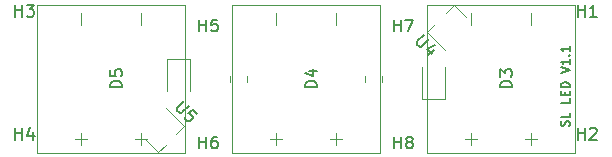
<source format=gbr>
G04 #@! TF.GenerationSoftware,KiCad,Pcbnew,(5.1.4)-1*
G04 #@! TF.CreationDate,2019-11-14T22:55:44-08:00*
G04 #@! TF.ProjectId,SkateLightLEDBoard,536b6174-654c-4696-9768-744c4544426f,rev?*
G04 #@! TF.SameCoordinates,Original*
G04 #@! TF.FileFunction,Legend,Top*
G04 #@! TF.FilePolarity,Positive*
%FSLAX46Y46*%
G04 Gerber Fmt 4.6, Leading zero omitted, Abs format (unit mm)*
G04 Created by KiCad (PCBNEW (5.1.4)-1) date 2019-11-14 22:55:44*
%MOMM*%
%LPD*%
G04 APERTURE LIST*
%ADD10C,0.127000*%
%ADD11C,0.120000*%
%ADD12C,0.150000*%
G04 APERTURE END LIST*
D10*
X22299748Y-3989251D02*
X22336034Y-3880394D01*
X22336034Y-3698965D01*
X22299748Y-3626394D01*
X22263462Y-3590108D01*
X22190891Y-3553822D01*
X22118320Y-3553822D01*
X22045748Y-3590108D01*
X22009462Y-3626394D01*
X21973177Y-3698965D01*
X21936891Y-3844108D01*
X21900605Y-3916679D01*
X21864320Y-3952965D01*
X21791748Y-3989251D01*
X21719177Y-3989251D01*
X21646605Y-3952965D01*
X21610320Y-3916679D01*
X21574034Y-3844108D01*
X21574034Y-3662679D01*
X21610320Y-3553822D01*
X22336034Y-2864394D02*
X22336034Y-3227251D01*
X21574034Y-3227251D01*
X22336034Y-1666965D02*
X22336034Y-2029822D01*
X21574034Y-2029822D01*
X21936891Y-1412965D02*
X21936891Y-1158965D01*
X22336034Y-1050108D02*
X22336034Y-1412965D01*
X21574034Y-1412965D01*
X21574034Y-1050108D01*
X22336034Y-723537D02*
X21574034Y-723537D01*
X21574034Y-542108D01*
X21610320Y-433251D01*
X21682891Y-360680D01*
X21755462Y-324394D01*
X21900605Y-288108D01*
X22009462Y-288108D01*
X22154605Y-324394D01*
X22227177Y-360680D01*
X22299748Y-433251D01*
X22336034Y-542108D01*
X22336034Y-723537D01*
X21574034Y510177D02*
X22336034Y764177D01*
X21574034Y1018177D01*
X22336034Y1671320D02*
X22336034Y1235891D01*
X22336034Y1453605D02*
X21574034Y1453605D01*
X21682891Y1381034D01*
X21755462Y1308462D01*
X21791748Y1235891D01*
X22263462Y1997891D02*
X22299748Y2034177D01*
X22336034Y1997891D01*
X22299748Y1961605D01*
X22263462Y1997891D01*
X22336034Y1997891D01*
X22336034Y2759891D02*
X22336034Y2324462D01*
X22336034Y2542177D02*
X21574034Y2542177D01*
X21682891Y2469605D01*
X21755462Y2397034D01*
X21791748Y2324462D01*
D11*
X11755000Y-1685000D02*
X11755000Y1000000D01*
X9835000Y-1685000D02*
X11755000Y-1685000D01*
X9835000Y1000000D02*
X9835000Y-1685000D01*
X-11755000Y1685000D02*
X-11755000Y-1000000D01*
X-9835000Y1685000D02*
X-11755000Y1685000D01*
X-9835000Y-1000000D02*
X-9835000Y1685000D01*
X5005000Y258578D02*
X5005000Y-258578D01*
X6425000Y258578D02*
X6425000Y-258578D01*
X-6425000Y258578D02*
X-6425000Y-258578D01*
X-5005000Y258578D02*
X-5005000Y-258578D01*
X12517828Y6226630D02*
X13550203Y5194254D01*
X10283370Y3992172D02*
X11810721Y2464822D01*
X10283370Y3992172D02*
X10940979Y4649782D01*
X12517828Y6226630D02*
X11860218Y5569021D01*
X-12517828Y-6226630D02*
X-13550203Y-5194254D01*
X-10283370Y-3992172D02*
X-11810721Y-2464822D01*
X-10283370Y-3992172D02*
X-10940979Y-4649782D01*
X-12517828Y-6226630D02*
X-11860218Y-5569021D01*
X19050000Y4572000D02*
X19050000Y5588000D01*
X13970000Y4572000D02*
X13970000Y5588000D01*
X19050000Y-5588000D02*
X19050000Y-4572000D01*
X18542000Y-5080000D02*
X19558000Y-5080000D01*
X13970000Y-5588000D02*
X13970000Y-4572000D01*
X13462000Y-5080000D02*
X14478000Y-5080000D01*
X10260000Y6250000D02*
X22760000Y6250000D01*
X22760000Y6250000D02*
X22760000Y-6250000D01*
X22760000Y-6250000D02*
X10260000Y-6250000D01*
X10260000Y-6250000D02*
X10260000Y6250000D01*
X2540000Y4572000D02*
X2540000Y5588000D01*
X-2540000Y4572000D02*
X-2540000Y5588000D01*
X2540000Y-5588000D02*
X2540000Y-4572000D01*
X2032000Y-5080000D02*
X3048000Y-5080000D01*
X-2540000Y-5588000D02*
X-2540000Y-4572000D01*
X-3048000Y-5080000D02*
X-2032000Y-5080000D01*
X-6250000Y6250000D02*
X6250000Y6250000D01*
X6250000Y6250000D02*
X6250000Y-6250000D01*
X6250000Y-6250000D02*
X-6250000Y-6250000D01*
X-6250000Y-6250000D02*
X-6250000Y6250000D01*
X-13970000Y4572000D02*
X-13970000Y5588000D01*
X-19050000Y4572000D02*
X-19050000Y5588000D01*
X-13970000Y-5588000D02*
X-13970000Y-4572000D01*
X-14478000Y-5080000D02*
X-13462000Y-5080000D01*
X-19050000Y-5588000D02*
X-19050000Y-4572000D01*
X-19558000Y-5080000D02*
X-18542000Y-5080000D01*
X-22760000Y6250000D02*
X-10260000Y6250000D01*
X-10260000Y6250000D02*
X-10260000Y-6250000D01*
X-10260000Y-6250000D02*
X-22760000Y-6250000D01*
X-22760000Y-6250000D02*
X-22760000Y6250000D01*
D12*
X7493095Y-5905380D02*
X7493095Y-4905380D01*
X7493095Y-5381571D02*
X8064523Y-5381571D01*
X8064523Y-5905380D02*
X8064523Y-4905380D01*
X8683571Y-5333952D02*
X8588333Y-5286333D01*
X8540714Y-5238714D01*
X8493095Y-5143476D01*
X8493095Y-5095857D01*
X8540714Y-5000619D01*
X8588333Y-4953000D01*
X8683571Y-4905380D01*
X8874047Y-4905380D01*
X8969285Y-4953000D01*
X9016904Y-5000619D01*
X9064523Y-5095857D01*
X9064523Y-5143476D01*
X9016904Y-5238714D01*
X8969285Y-5286333D01*
X8874047Y-5333952D01*
X8683571Y-5333952D01*
X8588333Y-5381571D01*
X8540714Y-5429190D01*
X8493095Y-5524428D01*
X8493095Y-5714904D01*
X8540714Y-5810142D01*
X8588333Y-5857761D01*
X8683571Y-5905380D01*
X8874047Y-5905380D01*
X8969285Y-5857761D01*
X9016904Y-5810142D01*
X9064523Y-5714904D01*
X9064523Y-5524428D01*
X9016904Y-5429190D01*
X8969285Y-5381571D01*
X8874047Y-5333952D01*
X7493095Y4000619D02*
X7493095Y5000619D01*
X7493095Y4524428D02*
X8064523Y4524428D01*
X8064523Y4000619D02*
X8064523Y5000619D01*
X8445476Y5000619D02*
X9112142Y5000619D01*
X8683571Y4000619D01*
X-9016904Y-5905380D02*
X-9016904Y-4905380D01*
X-9016904Y-5381571D02*
X-8445476Y-5381571D01*
X-8445476Y-5905380D02*
X-8445476Y-4905380D01*
X-7540714Y-4905380D02*
X-7731190Y-4905380D01*
X-7826428Y-4953000D01*
X-7874047Y-5000619D01*
X-7969285Y-5143476D01*
X-8016904Y-5333952D01*
X-8016904Y-5714904D01*
X-7969285Y-5810142D01*
X-7921666Y-5857761D01*
X-7826428Y-5905380D01*
X-7635952Y-5905380D01*
X-7540714Y-5857761D01*
X-7493095Y-5810142D01*
X-7445476Y-5714904D01*
X-7445476Y-5476809D01*
X-7493095Y-5381571D01*
X-7540714Y-5333952D01*
X-7635952Y-5286333D01*
X-7826428Y-5286333D01*
X-7921666Y-5333952D01*
X-7969285Y-5381571D01*
X-8016904Y-5476809D01*
X-9016904Y4000619D02*
X-9016904Y5000619D01*
X-9016904Y4524428D02*
X-8445476Y4524428D01*
X-8445476Y4000619D02*
X-8445476Y5000619D01*
X-7493095Y5000619D02*
X-7969285Y5000619D01*
X-8016904Y4524428D01*
X-7969285Y4572047D01*
X-7874047Y4619666D01*
X-7635952Y4619666D01*
X-7540714Y4572047D01*
X-7493095Y4524428D01*
X-7445476Y4429190D01*
X-7445476Y4191095D01*
X-7493095Y4095857D01*
X-7540714Y4048238D01*
X-7635952Y4000619D01*
X-7874047Y4000619D01*
X-7969285Y4048238D01*
X-8016904Y4095857D01*
X23050595Y5254619D02*
X23050595Y6254619D01*
X23050595Y5778428D02*
X23622023Y5778428D01*
X23622023Y5254619D02*
X23622023Y6254619D01*
X24622023Y5254619D02*
X24050595Y5254619D01*
X24336309Y5254619D02*
X24336309Y6254619D01*
X24241071Y6111761D01*
X24145833Y6016523D01*
X24050595Y5968904D01*
X23050595Y-5159380D02*
X23050595Y-4159380D01*
X23050595Y-4635571D02*
X23622023Y-4635571D01*
X23622023Y-5159380D02*
X23622023Y-4159380D01*
X24050595Y-4254619D02*
X24098214Y-4207000D01*
X24193452Y-4159380D01*
X24431547Y-4159380D01*
X24526785Y-4207000D01*
X24574404Y-4254619D01*
X24622023Y-4349857D01*
X24622023Y-4445095D01*
X24574404Y-4587952D01*
X24002976Y-5159380D01*
X24622023Y-5159380D01*
X-24574404Y5254619D02*
X-24574404Y6254619D01*
X-24574404Y5778428D02*
X-24002976Y5778428D01*
X-24002976Y5254619D02*
X-24002976Y6254619D01*
X-23622023Y6254619D02*
X-23002976Y6254619D01*
X-23336309Y5873666D01*
X-23193452Y5873666D01*
X-23098214Y5826047D01*
X-23050595Y5778428D01*
X-23002976Y5683190D01*
X-23002976Y5445095D01*
X-23050595Y5349857D01*
X-23098214Y5302238D01*
X-23193452Y5254619D01*
X-23479166Y5254619D01*
X-23574404Y5302238D01*
X-23622023Y5349857D01*
X-24574404Y-5159380D02*
X-24574404Y-4159380D01*
X-24574404Y-4635571D02*
X-24002976Y-4635571D01*
X-24002976Y-5159380D02*
X-24002976Y-4159380D01*
X-23098214Y-4492714D02*
X-23098214Y-5159380D01*
X-23336309Y-4111761D02*
X-23574404Y-4826047D01*
X-22955357Y-4826047D01*
X10018710Y3730206D02*
X9446290Y3157786D01*
X9412618Y3056771D01*
X9412618Y2989427D01*
X9446290Y2888412D01*
X9580977Y2753725D01*
X9681992Y2720053D01*
X9749336Y2720053D01*
X9850351Y2753725D01*
X10422771Y3326145D01*
X10826832Y2450679D02*
X10355427Y1979275D01*
X10927847Y2888412D02*
X10254412Y2551694D01*
X10692145Y2113962D01*
X-10321755Y-1878259D02*
X-10894175Y-2450679D01*
X-10927847Y-2551694D01*
X-10927847Y-2619038D01*
X-10894175Y-2720053D01*
X-10759488Y-2854740D01*
X-10658473Y-2888412D01*
X-10591129Y-2888412D01*
X-10490114Y-2854740D01*
X-9917694Y-2282320D01*
X-9244259Y-2955755D02*
X-9580977Y-2619038D01*
X-9951366Y-2922084D01*
X-9884023Y-2922084D01*
X-9783007Y-2955755D01*
X-9614649Y-3124114D01*
X-9580977Y-3225129D01*
X-9580977Y-3292473D01*
X-9614649Y-3393488D01*
X-9783007Y-3561847D01*
X-9884023Y-3595519D01*
X-9951366Y-3595519D01*
X-10052381Y-3561847D01*
X-10220740Y-3393488D01*
X-10254412Y-3292473D01*
X-10254412Y-3225129D01*
X17462380Y-738095D02*
X16462380Y-738095D01*
X16462380Y-499999D01*
X16510000Y-357142D01*
X16605238Y-261904D01*
X16700476Y-214285D01*
X16890952Y-166666D01*
X17033809Y-166666D01*
X17224285Y-214285D01*
X17319523Y-261904D01*
X17414761Y-357142D01*
X17462380Y-500000D01*
X17462380Y-738095D01*
X16462380Y166666D02*
X16462380Y785714D01*
X16843333Y452380D01*
X16843333Y595238D01*
X16890952Y690476D01*
X16938571Y738095D01*
X17033809Y785714D01*
X17271904Y785714D01*
X17367142Y738095D01*
X17414761Y690476D01*
X17462380Y595238D01*
X17462380Y309523D01*
X17414761Y214285D01*
X17367142Y166666D01*
X952380Y-738095D02*
X-47619Y-738095D01*
X-47619Y-500000D01*
X0Y-357142D01*
X95238Y-261904D01*
X190476Y-214285D01*
X380952Y-166666D01*
X523809Y-166666D01*
X714285Y-214285D01*
X809523Y-261904D01*
X904761Y-357142D01*
X952380Y-500000D01*
X952380Y-738095D01*
X285714Y690476D02*
X952380Y690476D01*
X-95238Y452380D02*
X619047Y214285D01*
X619047Y833333D01*
X-15557619Y-738095D02*
X-16557619Y-738095D01*
X-16557619Y-500000D01*
X-16510000Y-357142D01*
X-16414761Y-261904D01*
X-16319523Y-214285D01*
X-16129047Y-166666D01*
X-15986190Y-166666D01*
X-15795714Y-214285D01*
X-15700476Y-261904D01*
X-15605238Y-357142D01*
X-15557619Y-500000D01*
X-15557619Y-738095D01*
X-16557619Y738095D02*
X-16557619Y261904D01*
X-16081428Y214285D01*
X-16129047Y261904D01*
X-16176666Y357142D01*
X-16176666Y595238D01*
X-16129047Y690476D01*
X-16081428Y738095D01*
X-15986190Y785714D01*
X-15748095Y785714D01*
X-15652857Y738095D01*
X-15605238Y690476D01*
X-15557619Y595238D01*
X-15557619Y357142D01*
X-15605238Y261904D01*
X-15652857Y214285D01*
M02*

</source>
